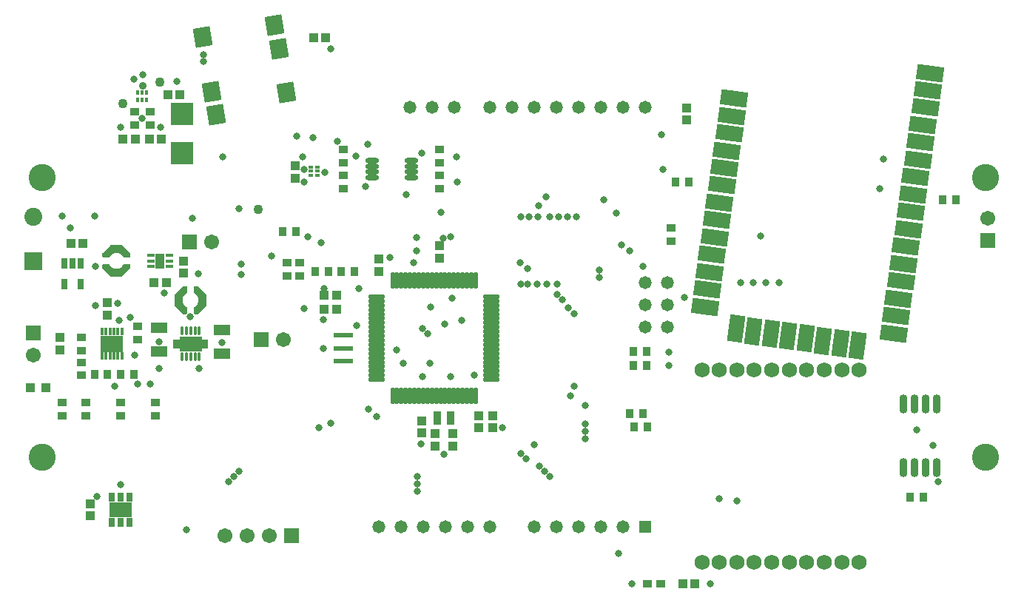
<source format=gts>
%FSLAX44Y44*%
%MOMM*%
G71*
G01*
G75*
G04 Layer_Color=8388736*
%ADD10C,0.7620*%
%ADD11R,0.3000X0.4900*%
%ADD12R,0.3000X0.5200*%
%ADD13R,0.4900X0.3000*%
%ADD14R,0.5200X0.3000*%
%ADD15R,0.7000X0.9000*%
%ADD16R,1.7000X1.1000*%
%ADD17R,0.2500X0.7000*%
%ADD18R,2.3800X1.6500*%
%ADD19O,1.7500X0.3000*%
%ADD20O,0.3000X1.7500*%
G04:AMPARAMS|DCode=21|XSize=1.524mm|YSize=2.8448mm|CornerRadius=0mm|HoleSize=0mm|Usage=FLASHONLY|Rotation=82.000|XOffset=0mm|YOffset=0mm|HoleType=Round|Shape=Rectangle|*
%AMROTATEDRECTD21*
4,1,4,1.3025,-0.9525,-1.5146,-0.5566,-1.3025,0.9525,1.5146,0.5566,1.3025,-0.9525,0.0*
%
%ADD21ROTATEDRECTD21*%

G04:AMPARAMS|DCode=22|XSize=1.524mm|YSize=2.8448mm|CornerRadius=0mm|HoleSize=0mm|Usage=FLASHONLY|Rotation=352.000|XOffset=0mm|YOffset=0mm|HoleType=Round|Shape=Rectangle|*
%AMROTATEDRECTD22*
4,1,4,-0.9525,-1.3025,-0.5566,1.5146,0.9525,1.3025,0.5566,-1.5146,-0.9525,-1.3025,0.0*
%
%ADD22ROTATEDRECTD22*%

%ADD23R,2.0000X0.4000*%
%ADD24O,1.3500X0.4500*%
%ADD25O,0.7000X2.0000*%
%ADD26R,0.8500X0.7000*%
%ADD27R,0.9000X0.8000*%
%ADD28R,0.4500X0.8500*%
%ADD29R,2.4000X1.5000*%
%ADD30R,0.7000X0.3000*%
%ADD31R,1.0000X1.6000*%
%ADD32O,0.2800X0.8500*%
%ADD33R,2.4000X1.6500*%
%ADD34C,0.4000*%
%ADD35R,0.9000X0.7000*%
%ADD36R,0.5500X0.9500*%
%ADD37R,0.7000X1.4000*%
%ADD38R,1.0000X1.0000*%
%ADD39R,0.8000X0.9000*%
%ADD40R,2.3000X2.3000*%
G04:AMPARAMS|DCode=41|XSize=2mm|YSize=1.75mm|CornerRadius=0mm|HoleSize=0mm|Usage=FLASHONLY|Rotation=279.640|XOffset=0mm|YOffset=0mm|HoleType=Round|Shape=Rectangle|*
%AMROTATEDRECTD41*
4,1,4,-1.0301,0.8394,0.6952,1.1324,1.0301,-0.8394,-0.6952,-1.1324,-1.0301,0.8394,0.0*
%
%ADD41ROTATEDRECTD41*%

%ADD42C,0.1905*%
%ADD43C,0.4064*%
%ADD44C,0.2032*%
%ADD45C,0.6096*%
%ADD46C,0.3048*%
%ADD47C,0.2540*%
%ADD48C,1.0160*%
%ADD49C,0.5080*%
%ADD50C,1.2700*%
%ADD51C,0.3556*%
%ADD52R,0.7000X0.2800*%
%ADD53C,2.9000*%
%ADD54C,1.5000*%
%ADD55R,1.5000X1.5000*%
%ADD56R,1.5000X1.5000*%
%ADD57C,1.5240*%
%ADD58C,1.2700*%
%ADD59R,1.2700X1.2700*%
%ADD60R,1.8500X1.8500*%
%ADD61C,1.8500*%
%ADD62C,0.6350*%
%ADD63C,0.5000*%
%ADD64C,0.9000*%
%ADD65C,0.7000*%
%ADD66C,0.6350*%
G04:AMPARAMS|DCode=67|XSize=0.65mm|YSize=1.35mm|CornerRadius=0mm|HoleSize=0mm|Usage=FLASHONLY|Rotation=13.600|XOffset=0mm|YOffset=0mm|HoleType=Round|Shape=Rectangle|*
%AMROTATEDRECTD67*
4,1,4,-0.1572,-0.7325,-0.4746,0.5797,0.1572,0.7325,0.4746,-0.5797,-0.1572,-0.7325,0.0*
%
%ADD67ROTATEDRECTD67*%

G04:AMPARAMS|DCode=68|XSize=0.4mm|YSize=1.35mm|CornerRadius=0mm|HoleSize=0mm|Usage=FLASHONLY|Rotation=13.600|XOffset=0mm|YOffset=0mm|HoleType=Round|Shape=Rectangle|*
%AMROTATEDRECTD68*
4,1,4,-0.0357,-0.7031,-0.3531,0.6090,0.0357,0.7031,0.3531,-0.6090,-0.0357,-0.7031,0.0*
%
%ADD68ROTATEDRECTD68*%

G04:AMPARAMS|DCode=69|XSize=2.51mm|YSize=1mm|CornerRadius=0mm|HoleSize=0mm|Usage=FLASHONLY|Rotation=13.600|XOffset=0mm|YOffset=0mm|HoleType=Round|Shape=Rectangle|*
%AMROTATEDRECTD69*
4,1,4,-1.1022,-0.7811,-1.3374,0.1909,1.1022,0.7811,1.3374,-0.1909,-1.1022,-0.7811,0.0*
%
%ADD69ROTATEDRECTD69*%

G04:AMPARAMS|DCode=70|XSize=1.2mm|YSize=2.1mm|CornerRadius=0mm|HoleSize=0mm|Usage=FLASHONLY|Rotation=13.600|XOffset=0mm|YOffset=0mm|HoleType=Round|Shape=Rectangle|*
%AMROTATEDRECTD70*
4,1,4,-0.3363,-1.1617,-0.8301,0.8795,0.3363,1.1617,0.8301,-0.8795,-0.3363,-1.1617,0.0*
%
%ADD70ROTATEDRECTD70*%

G04:AMPARAMS|DCode=71|XSize=1.2mm|YSize=1.55mm|CornerRadius=0mm|HoleSize=0mm|Usage=FLASHONLY|Rotation=13.600|XOffset=0mm|YOffset=0mm|HoleType=Round|Shape=Rectangle|*
%AMROTATEDRECTD71*
4,1,4,-0.4009,-0.8943,-0.7654,0.6122,0.4009,0.8943,0.7654,-0.6122,-0.4009,-0.8943,0.0*
%
%ADD71ROTATEDRECTD71*%

G04:AMPARAMS|DCode=72|XSize=0.775mm|YSize=1.15mm|CornerRadius=0mm|HoleSize=0mm|Usage=FLASHONLY|Rotation=13.600|XOffset=0mm|YOffset=0mm|HoleType=Round|Shape=Rectangle|*
%AMROTATEDRECTD72*
4,1,4,-0.2414,-0.6500,-0.5118,0.4678,0.2414,0.6500,0.5118,-0.4678,-0.2414,-0.6500,0.0*
%
%ADD72ROTATEDRECTD72*%

G04:AMPARAMS|DCode=73|XSize=0.825mm|YSize=1.15mm|CornerRadius=0mm|HoleSize=0mm|Usage=FLASHONLY|Rotation=13.600|XOffset=0mm|YOffset=0mm|HoleType=Round|Shape=Rectangle|*
%AMROTATEDRECTD73*
4,1,4,-0.2657,-0.6559,-0.5361,0.4619,0.2657,0.6559,0.5361,-0.4619,-0.2657,-0.6559,0.0*
%
%ADD73ROTATEDRECTD73*%

%ADD74C,0.3000*%
%ADD75C,0.1000*%
%ADD76C,0.6000*%
%ADD77C,0.2500*%
%ADD78C,0.0000*%
%ADD79C,0.2000*%
%ADD80C,0.0127*%
%ADD81C,0.1500*%
%ADD82R,0.6502X0.1854*%
%ADD83R,0.5842X0.1651*%
%ADD84R,0.4572X1.7018*%
%ADD85R,0.8000X1.4000*%
%ADD86R,0.5000X0.2600*%
%ADD87R,1.0500X0.6800*%
%ADD88R,0.6500X0.2500*%
%ADD89R,0.0000X0.6000*%
%ADD90O,0.2300X0.8000*%
%ADD91R,0.4000X0.5900*%
%ADD92R,0.4000X0.6200*%
%ADD93R,0.5900X0.4000*%
%ADD94R,0.6200X0.4000*%
%ADD95R,0.9032X1.1032*%
%ADD96R,1.9032X1.3032*%
%ADD97R,0.4532X0.9032*%
%ADD98R,2.5832X1.8532*%
%ADD99O,1.9532X0.5032*%
%ADD100O,0.5032X1.9532*%
G04:AMPARAMS|DCode=101|XSize=1.7272mm|YSize=3.048mm|CornerRadius=0mm|HoleSize=0mm|Usage=FLASHONLY|Rotation=82.000|XOffset=0mm|YOffset=0mm|HoleType=Round|Shape=Rectangle|*
%AMROTATEDRECTD101*
4,1,4,1.3890,-1.0673,-1.6294,-0.6431,-1.3890,1.0673,1.6294,0.6431,1.3890,-1.0673,0.0*
%
%ADD101ROTATEDRECTD101*%

G04:AMPARAMS|DCode=102|XSize=1.7272mm|YSize=3.048mm|CornerRadius=0mm|HoleSize=0mm|Usage=FLASHONLY|Rotation=352.000|XOffset=0mm|YOffset=0mm|HoleType=Round|Shape=Rectangle|*
%AMROTATEDRECTD102*
4,1,4,-1.0673,-1.3890,-0.6431,1.6294,1.0673,1.3890,0.6431,-1.6294,-1.0673,-1.3890,0.0*
%
%ADD102ROTATEDRECTD102*%

%ADD103R,2.2032X0.6032*%
%ADD104O,1.5532X0.6532*%
%ADD105O,0.9032X2.2032*%
%ADD106R,1.0532X0.9032*%
%ADD107R,1.1032X1.0032*%
%ADD108R,0.6532X1.0532*%
%ADD109R,2.6032X1.7032*%
%ADD110R,0.8400X0.4400*%
%ADD111R,1.1400X1.7400*%
%ADD112O,0.4200X0.9900*%
%ADD113R,2.5400X1.7900*%
%ADD114C,0.6032*%
%ADD115R,1.1032X0.9032*%
%ADD116R,0.7532X1.1532*%
%ADD117R,0.9032X1.6032*%
%ADD118R,1.0032X1.1032*%
%ADD119R,2.5032X2.5032*%
G04:AMPARAMS|DCode=120|XSize=2.2032mm|YSize=1.9532mm|CornerRadius=0mm|HoleSize=0mm|Usage=FLASHONLY|Rotation=279.640|XOffset=0mm|YOffset=0mm|HoleType=Round|Shape=Rectangle|*
%AMROTATEDRECTD120*
4,1,4,-1.1473,0.9225,0.7783,1.2496,1.1473,-0.9225,-0.7783,-1.2496,-1.1473,0.9225,0.0*
%
%ADD120ROTATEDRECTD120*%

%ADD121R,0.9032X0.4832*%
%ADD122C,3.1032*%
%ADD123C,1.7032*%
%ADD124R,1.7032X1.7032*%
%ADD125R,1.7032X1.7032*%
%ADD126C,1.7272*%
%ADD127C,1.4732*%
%ADD128R,1.4732X1.4732*%
%ADD129R,2.0532X2.0532*%
%ADD130C,2.0532*%
%ADD131C,0.8382*%
%ADD132C,0.7032*%
%ADD133C,1.1032*%
%ADD134C,0.9032*%
G36*
X-364991Y35598D02*
X-361843Y35597D01*
X-361838Y35598D01*
X-361822Y35597D01*
X-361822D01*
X-361805Y35598D01*
X-361754Y35595D01*
X-361705Y35594D01*
X-361688Y35591D01*
X-361671Y35590D01*
X-361622Y35581D01*
X-361573Y35573D01*
X-361557Y35568D01*
X-361540Y35565D01*
X-361533Y35562D01*
X-361532Y35562D01*
X-361511Y35555D01*
X-361493Y35549D01*
X-361445Y35534D01*
X-361429Y35528D01*
X-361413Y35522D01*
X-361410Y35521D01*
X-361408Y35520D01*
X-361406Y35519D01*
X-361361Y35497D01*
X-361323Y35480D01*
X-361320Y35478D01*
X-361308Y35471D01*
X-361290Y35463D01*
X-361288Y35461D01*
X-361286Y35460D01*
X-361240Y35429D01*
X-361206Y35408D01*
X-361195Y35400D01*
X-361179Y35389D01*
X-361177Y35387D01*
X-361175Y35386D01*
X-361133Y35349D01*
X-361102Y35324D01*
X-361093Y35314D01*
X-361078Y35301D01*
X-361076Y35299D01*
X-361074Y35297D01*
X-361071Y35294D01*
X-352286Y26507D01*
X-352271Y26494D01*
X-352255Y26476D01*
X-352237Y26458D01*
X-352219Y26435D01*
X-352210Y26426D01*
X-352202Y26415D01*
X-352183Y26393D01*
X-352170Y26373D01*
X-352154Y26353D01*
X-352142Y26332D01*
X-352132Y26318D01*
X-352123Y26302D01*
X-352109Y26282D01*
X-352099Y26260D01*
X-352086Y26238D01*
X-352085Y26235D01*
X-352077Y26218D01*
X-352068Y26201D01*
X-352060Y26181D01*
X-352051Y26163D01*
X-352050Y26159D01*
X-352050Y26159D01*
X-352049Y26156D01*
X-352043Y26137D01*
X-352032Y26112D01*
X-352027Y26094D01*
X-352020Y26076D01*
X-352015Y26056D01*
X-352008Y26037D01*
X-352007Y26032D01*
X-352007Y26032D01*
X-352007Y26029D01*
X-352003Y26010D01*
X-351996Y25984D01*
X-351993Y25965D01*
X-351988Y25946D01*
X-351986Y25925D01*
X-351982Y25905D01*
X-351980Y25878D01*
X-351977Y25851D01*
X-351976Y25832D01*
X-351974Y25813D01*
X-351975Y25792D01*
X-351973Y25772D01*
X-351974Y25762D01*
X-351975Y13415D01*
X-351974Y13410D01*
X-351975Y13394D01*
Y13394D01*
X-351974Y13377D01*
X-351977Y13326D01*
X-351978Y13277D01*
X-351981Y13260D01*
X-351982Y13243D01*
X-351991Y13194D01*
X-351999Y13145D01*
X-352004Y13128D01*
X-352007Y13112D01*
X-352010Y13105D01*
X-352010Y13104D01*
X-352016Y13085D01*
X-352023Y13064D01*
X-352038Y13017D01*
X-352044Y13001D01*
X-352050Y12985D01*
X-352051Y12982D01*
X-352052Y12980D01*
X-352053Y12978D01*
X-352075Y12933D01*
X-352092Y12895D01*
X-352094Y12892D01*
X-352101Y12880D01*
X-352109Y12862D01*
X-352111Y12860D01*
X-352112Y12858D01*
X-352143Y12812D01*
X-352164Y12778D01*
X-352172Y12767D01*
X-352183Y12751D01*
X-352185Y12749D01*
X-352186Y12747D01*
X-352223Y12705D01*
X-352248Y12674D01*
X-352258Y12665D01*
X-352271Y12650D01*
X-352273Y12648D01*
X-352274Y12646D01*
X-352278Y12643D01*
X-361046Y3876D01*
X-361050Y3871D01*
X-361065Y3858D01*
X-361078Y3843D01*
X-361114Y3812D01*
X-361148Y3780D01*
X-361164Y3768D01*
X-361179Y3755D01*
X-361218Y3729D01*
X-361256Y3701D01*
X-361274Y3692D01*
X-361290Y3681D01*
X-361333Y3661D01*
X-361374Y3638D01*
X-361393Y3632D01*
X-361409Y3623D01*
X-361410Y3623D01*
X-361410Y3623D01*
X-361413Y3622D01*
X-361461Y3606D01*
X-361499Y3591D01*
X-361502Y3590D01*
X-361516Y3587D01*
X-361535Y3580D01*
X-361538Y3580D01*
X-361540Y3579D01*
X-361594Y3569D01*
X-361633Y3560D01*
X-361647Y3558D01*
X-361667Y3554D01*
X-361669Y3554D01*
X-361671Y3554D01*
X-361726Y3550D01*
X-361766Y3546D01*
X-361780Y3547D01*
X-361800Y3546D01*
X-361802Y3546D01*
X-361805Y3546D01*
X-361809Y3546D01*
X-364925Y3550D01*
X-364951Y3549D01*
X-364998Y3546D01*
X-364999Y3546D01*
X-365000Y3546D01*
X-365000D01*
X-365018Y3547D01*
X-365036Y3546D01*
X-365084Y3551D01*
X-365132Y3554D01*
X-365133Y3554D01*
X-365134Y3554D01*
X-365151Y3558D01*
X-365169Y3560D01*
X-365215Y3571D01*
X-365263Y3580D01*
X-365264Y3580D01*
X-365265Y3580D01*
X-365282Y3586D01*
X-365299Y3591D01*
X-365344Y3607D01*
X-365390Y3623D01*
X-365391Y3623D01*
X-365391Y3623D01*
X-365391Y3623D01*
X-365393Y3624D01*
X-365394Y3625D01*
X-365396Y3625D01*
X-365410Y3633D01*
X-365424Y3638D01*
X-365461Y3658D01*
X-365513Y3683D01*
X-365514Y3684D01*
X-365516Y3685D01*
X-365532Y3696D01*
X-365542Y3701D01*
X-365568Y3720D01*
X-365624Y3757D01*
X-365625Y3758D01*
X-365627Y3759D01*
X-365645Y3776D01*
X-365651Y3779D01*
X-365664Y3792D01*
X-365676Y3803D01*
X-365725Y3845D01*
X-365726Y3846D01*
X-365727Y3847D01*
X-365746Y3869D01*
X-365748Y3871D01*
X-365752Y3875D01*
X-365759Y3885D01*
X-365774Y3902D01*
X-365813Y3945D01*
X-365814Y3947D01*
X-365815Y3948D01*
X-365831Y3972D01*
X-365836Y3979D01*
X-365849Y3999D01*
X-365854Y4007D01*
X-365887Y4056D01*
X-365888Y4058D01*
X-365889Y4059D01*
X-365900Y4082D01*
X-365907Y4092D01*
X-365921Y4124D01*
X-365947Y4176D01*
X-365947Y4178D01*
X-365948Y4179D01*
X-365949Y4182D01*
D01*
D01*
X-365949Y4182D01*
X-365956Y4201D01*
X-365961Y4214D01*
X-365973Y4254D01*
X-365992Y4308D01*
X-365992Y4309D01*
X-365992Y4309D01*
X-365996Y4329D01*
X-366000Y4342D01*
X-366006Y4382D01*
X-366008Y4390D01*
X-366018Y4440D01*
Y4440D01*
X-366018Y4440D01*
X-366019Y4461D01*
X-366021Y4474D01*
X-366023Y4515D01*
X-366023Y4521D01*
X-366026Y4573D01*
X-366026Y4573D01*
X-366026Y4574D01*
X-366026Y4578D01*
X-366024Y10852D01*
X-366025Y10867D01*
X-366025Y10892D01*
X-366026Y10918D01*
X-366023Y10959D01*
X-366022Y11001D01*
X-366019Y11026D01*
X-366017Y11051D01*
X-366008Y11092D01*
X-366002Y11133D01*
X-365996Y11155D01*
X-365993Y11167D01*
X-365992Y11171D01*
X-365990Y11182D01*
X-365983Y11204D01*
X-365983Y11204D01*
X-365982Y11204D01*
X-365976Y11221D01*
X-365965Y11261D01*
X-365957Y11278D01*
X-365952Y11294D01*
X-365949Y11301D01*
X-365946Y11308D01*
X-365945Y11311D01*
X-365937Y11327D01*
X-365936Y11329D01*
X-365928Y11344D01*
X-365926Y11350D01*
X-365911Y11384D01*
X-365903Y11396D01*
X-365894Y11415D01*
X-365889Y11422D01*
X-365885Y11431D01*
X-365876Y11444D01*
X-365874Y11448D01*
X-365861Y11467D01*
X-365857Y11473D01*
X-365841Y11498D01*
X-365835Y11506D01*
X-365821Y11527D01*
X-365816Y11534D01*
X-365810Y11542D01*
X-365800Y11553D01*
X-365797Y11557D01*
X-365777Y11579D01*
X-365772Y11585D01*
X-365771Y11586D01*
X-365758Y11602D01*
X-365753Y11607D01*
X-365734Y11629D01*
X-365729Y11634D01*
X-365728Y11634D01*
X-365727Y11635D01*
X-365722Y11642D01*
X-365711Y11651D01*
X-365707Y11655D01*
X-365678Y11680D01*
X-365667Y11689D01*
X-365661Y11695D01*
X-365659Y11696D01*
X-365635Y11718D01*
X-365630Y11722D01*
X-365628Y11723D01*
X-365626Y11724D01*
X-365620Y11729D01*
X-365610Y11736D01*
X-365604Y11741D01*
X-365569Y11763D01*
X-365525Y11794D01*
X-365520Y11796D01*
X-365518Y11798D01*
X-365515Y11799D01*
X-365512Y11801D01*
X-365512Y11801D01*
X-365509Y11803D01*
X-365499Y11808D01*
X-365491Y11812D01*
X-365450Y11832D01*
X-365406Y11854D01*
X-365404Y11855D01*
X-365401Y11856D01*
X-365398Y11857D01*
X-365395Y11858D01*
X-365392Y11860D01*
X-365390Y11860D01*
X-365389Y11861D01*
X-365379Y11864D01*
X-365370Y11869D01*
X-365325Y11883D01*
X-365278Y11899D01*
X-365274Y11900D01*
X-365271Y11901D01*
X-365269Y11901D01*
X-365266Y11903D01*
X-365262Y11903D01*
X-365262Y11904D01*
X-365258Y11904D01*
X-365253Y11905D01*
X-365248Y11907D01*
X-363600Y13172D01*
X-362161Y15046D01*
X-361257Y17229D01*
X-360949Y19572D01*
X-361257Y21915D01*
X-362161Y24098D01*
X-363600Y25972D01*
X-365249Y27238D01*
X-365262Y27240D01*
X-365268Y27243D01*
X-365278Y27245D01*
X-365302Y27253D01*
X-365325Y27259D01*
X-365327Y27260D01*
X-365331Y27261D01*
X-365334Y27262D01*
X-365336Y27263D01*
X-365362Y27274D01*
X-365389Y27283D01*
X-365396Y27286D01*
X-365404Y27289D01*
X-365406Y27290D01*
X-365427Y27301D01*
X-365448Y27309D01*
X-365452Y27311D01*
X-365455Y27312D01*
X-365457Y27314D01*
X-365459Y27315D01*
X-365482Y27328D01*
X-365509Y27341D01*
X-365517Y27346D01*
X-365525Y27350D01*
X-365546Y27365D01*
X-365565Y27376D01*
X-365568Y27378D01*
X-365570Y27379D01*
X-365572Y27380D01*
X-365574Y27382D01*
X-365594Y27397D01*
X-365620Y27415D01*
X-365627Y27421D01*
X-365635Y27426D01*
X-365656Y27445D01*
X-365671Y27456D01*
X-365674Y27459D01*
X-365676Y27461D01*
X-365677Y27462D01*
X-365680Y27464D01*
X-365696Y27480D01*
X-365722Y27502D01*
X-365728Y27509D01*
X-365734Y27515D01*
X-365754Y27538D01*
X-365766Y27550D01*
X-365769Y27554D01*
X-365771Y27555D01*
X-365771Y27556D01*
X-365774Y27559D01*
X-365787Y27576D01*
X-365810Y27602D01*
X-365816Y27610D01*
X-365821Y27617D01*
X-365838Y27643D01*
X-365848Y27656D01*
X-365851Y27659D01*
X-365853Y27663D01*
X-365853Y27663D01*
X-365855Y27666D01*
X-365864Y27682D01*
X-365885Y27713D01*
X-365889Y27722D01*
X-365894Y27729D01*
X-365907Y27755D01*
X-365918Y27775D01*
X-365920Y27780D01*
X-365921Y27781D01*
X-365930Y27803D01*
X-365945Y27833D01*
X-365946Y27836D01*
X-365948Y27841D01*
X-365948Y27842D01*
X-365949Y27844D01*
X-365952Y27850D01*
X-365960Y27873D01*
X-365970Y27898D01*
X-365972Y27903D01*
X-365972Y27905D01*
X-365978Y27925D01*
X-365979Y27930D01*
X-365990Y27962D01*
X-365991Y27968D01*
X-365991Y27968D01*
X-365993Y27974D01*
X-365993Y27977D01*
X-365997Y27996D01*
X-366006Y28027D01*
X-366006Y28033D01*
X-366007Y28034D01*
X-366009Y28054D01*
X-366010Y28060D01*
X-366017Y28093D01*
X-366017Y28099D01*
X-366017Y28099D01*
X-366018Y28115D01*
X-366019Y28126D01*
X-366024Y28159D01*
X-366024Y28165D01*
X-366024Y28166D01*
X-366024Y28189D01*
X-366024Y28193D01*
X-366026Y28226D01*
X-366026Y28232D01*
X-366026Y28233D01*
X-366022Y34481D01*
X-366023Y34524D01*
X-366026Y34567D01*
X-366025Y34591D01*
X-366026Y34615D01*
X-366021Y34657D01*
X-366018Y34701D01*
X-366014Y34724D01*
X-366011Y34748D01*
X-366001Y34789D01*
X-365993Y34832D01*
X-365990Y34841D01*
X-365989Y34844D01*
X-365984Y34857D01*
X-365980Y34878D01*
X-365964Y34917D01*
X-365950Y34959D01*
X-365949Y34962D01*
X-365947Y34966D01*
X-365946Y34971D01*
X-365937Y34987D01*
X-365931Y35002D01*
X-365913Y35036D01*
X-365891Y35082D01*
X-365888Y35086D01*
X-365886Y35090D01*
X-365873Y35109D01*
X-365867Y35120D01*
X-365850Y35144D01*
X-365817Y35193D01*
X-365814Y35197D01*
X-365811Y35201D01*
X-365793Y35221D01*
X-365788Y35227D01*
X-365775Y35242D01*
X-365770Y35247D01*
X-365729Y35294D01*
X-365726Y35297D01*
X-365722Y35301D01*
X-365699Y35322D01*
X-365696Y35324D01*
X-365692Y35328D01*
X-365681Y35337D01*
X-365674Y35343D01*
X-365629Y35383D01*
X-365625Y35385D01*
X-365621Y35389D01*
X-365595Y35406D01*
X-365588Y35412D01*
X-365568Y35424D01*
X-365518Y35458D01*
X-365514Y35460D01*
X-365510Y35463D01*
X-365485Y35474D01*
X-365474Y35482D01*
X-365444Y35494D01*
X-365399Y35517D01*
X-365394Y35519D01*
X-365391Y35521D01*
X-365390Y35521D01*
X-365390Y35521D01*
X-365387Y35522D01*
X-365366Y35529D01*
X-365351Y35536D01*
X-365315Y35546D01*
X-365298Y35552D01*
X-365272Y35561D01*
X-365271Y35561D01*
X-365264Y35564D01*
X-365262Y35564D01*
X-365260Y35565D01*
X-365238Y35569D01*
X-365223Y35573D01*
X-365186Y35579D01*
X-365133Y35590D01*
X-365131Y35590D01*
X-365129Y35590D01*
X-365106Y35591D01*
X-365091Y35594D01*
X-365053Y35595D01*
X-364999Y35598D01*
X-364997Y35598D01*
X-364995Y35598D01*
X-364991Y35598D01*
D02*
G37*
G36*
X-374983Y35597D02*
X-374961Y35598D01*
X-374916Y35593D01*
X-374871Y35590D01*
X-374850Y35586D01*
X-374828Y35584D01*
X-374785Y35573D01*
X-374740Y35565D01*
X-374731Y35561D01*
X-374728Y35561D01*
X-374716Y35557D01*
X-374698Y35552D01*
X-374656Y35537D01*
X-374613Y35522D01*
X-374610Y35521D01*
X-374606Y35519D01*
X-374602Y35517D01*
X-374587Y35510D01*
X-374573Y35505D01*
X-374538Y35486D01*
X-374490Y35463D01*
X-374486Y35460D01*
X-374482Y35458D01*
X-374465Y35446D01*
X-374455Y35441D01*
X-374430Y35423D01*
X-374379Y35389D01*
X-374375Y35385D01*
X-374371Y35383D01*
X-374352Y35366D01*
X-374347Y35363D01*
X-374333Y35350D01*
X-374325Y35342D01*
X-374278Y35301D01*
X-374275Y35298D01*
X-374271Y35294D01*
X-374252Y35272D01*
X-374250Y35271D01*
X-374246Y35266D01*
X-374238Y35257D01*
X-374229Y35246D01*
X-374189Y35201D01*
X-374187Y35197D01*
X-374183Y35193D01*
X-374167Y35169D01*
X-374162Y35163D01*
X-374150Y35142D01*
X-374149Y35141D01*
X-374114Y35090D01*
X-374112Y35086D01*
X-374109Y35082D01*
X-374099Y35059D01*
X-374092Y35049D01*
X-374078Y35018D01*
X-374055Y34971D01*
X-374053Y34966D01*
X-374051Y34962D01*
X-374051Y34962D01*
X-374051Y34962D01*
X-374050Y34959D01*
X-374043Y34939D01*
X-374038Y34927D01*
X-374026Y34888D01*
X-374021Y34872D01*
X-374011Y34844D01*
X-374011Y34843D01*
X-374008Y34835D01*
X-374008Y34834D01*
X-374007Y34832D01*
X-374003Y34812D01*
X-373999Y34798D01*
X-373993Y34759D01*
X-373982Y34704D01*
X-373982Y34702D01*
X-373982Y34701D01*
X-373981Y34680D01*
X-373978Y34666D01*
X-373977Y34627D01*
X-373974Y34571D01*
X-373974Y34569D01*
X-373974Y34567D01*
X-373974Y34563D01*
X-373976Y28291D01*
X-373975Y28276D01*
X-373975Y28257D01*
X-373974Y28237D01*
X-373974Y28235D01*
X-373974Y28232D01*
Y28232D01*
X-373977Y28187D01*
X-373978Y28143D01*
X-373981Y28123D01*
X-373982Y28104D01*
X-373982Y28101D01*
X-373983Y28099D01*
X-373985Y28084D01*
X-373985Y28084D01*
X-373987Y28074D01*
X-373991Y28054D01*
X-373998Y28010D01*
X-374003Y27992D01*
X-374007Y27972D01*
X-374008Y27970D01*
X-374009Y27968D01*
X-374012Y27957D01*
X-374013Y27953D01*
X-374024Y27922D01*
X-374035Y27882D01*
X-374043Y27864D01*
X-374050Y27845D01*
X-374051Y27843D01*
X-374051Y27842D01*
X-374052Y27841D01*
X-374055Y27834D01*
X-374058Y27827D01*
X-374076Y27790D01*
X-374090Y27760D01*
X-374098Y27745D01*
X-374109Y27722D01*
X-374114Y27715D01*
X-374118Y27707D01*
X-374145Y27668D01*
X-374159Y27645D01*
X-374167Y27636D01*
X-374183Y27611D01*
X-374189Y27604D01*
X-374194Y27597D01*
X-374231Y27556D01*
X-374243Y27541D01*
X-374249Y27535D01*
X-374271Y27510D01*
X-374277Y27504D01*
X-374283Y27498D01*
X-374328Y27460D01*
X-374331Y27457D01*
X-374339Y27449D01*
X-374343Y27446D01*
X-374371Y27421D01*
X-374376Y27418D01*
X-374377Y27418D01*
X-374378Y27416D01*
X-374378D01*
X-374385Y27411D01*
X-374433Y27379D01*
X-374446Y27371D01*
X-374447Y27370D01*
X-374448Y27370D01*
X-374482Y27346D01*
X-374485Y27345D01*
X-374486Y27344D01*
X-374487Y27344D01*
X-374488Y27343D01*
X-374491Y27342D01*
X-374497Y27338D01*
X-374550Y27313D01*
X-374602Y27287D01*
X-374602Y27287D01*
X-374603Y27286D01*
X-374604Y27286D01*
X-374606Y27285D01*
X-374607Y27285D01*
X-374608Y27284D01*
X-374613Y27283D01*
X-374618Y27280D01*
X-374619Y27280D01*
X-374676Y27261D01*
X-374683Y27259D01*
X-374729Y27243D01*
X-374731Y27242D01*
X-374733Y27242D01*
X-374733Y27242D01*
X-374734Y27241D01*
X-374740Y27240D01*
X-374746Y27238D01*
X-374752Y27237D01*
X-376400Y25972D01*
X-377839Y24098D01*
X-378743Y21915D01*
X-379052Y19572D01*
X-378743Y17229D01*
X-377839Y15046D01*
X-376400Y13172D01*
X-374752Y11907D01*
X-374746Y11906D01*
X-374735Y11902D01*
X-374728Y11901D01*
X-374700Y11891D01*
X-374670Y11883D01*
X-374665Y11881D01*
X-374659Y11879D01*
X-374649Y11875D01*
X-374639Y11872D01*
X-374630Y11868D01*
X-374619Y11864D01*
X-374618Y11864D01*
X-374609Y11860D01*
X-374602Y11857D01*
X-374573Y11843D01*
X-374547Y11832D01*
X-374542Y11829D01*
X-374536Y11827D01*
X-374527Y11821D01*
X-374517Y11817D01*
X-374509Y11812D01*
X-374497Y11806D01*
X-374490Y11801D01*
X-374482Y11797D01*
X-374454Y11779D01*
X-374431Y11765D01*
X-374426Y11761D01*
X-374421Y11759D01*
X-374413Y11752D01*
X-374403Y11746D01*
X-374397Y11741D01*
X-374385Y11733D01*
X-374378Y11727D01*
X-374371Y11723D01*
X-374345Y11699D01*
X-374325Y11684D01*
X-374320Y11679D01*
X-374316Y11676D01*
X-374309Y11669D01*
X-374300Y11662D01*
X-374295Y11656D01*
X-374283Y11646D01*
X-374277Y11640D01*
X-374271Y11634D01*
X-374246Y11606D01*
X-374230Y11589D01*
X-374226Y11584D01*
X-374222Y11581D01*
X-374217Y11573D01*
X-374208Y11564D01*
X-374205Y11559D01*
X-374194Y11547D01*
X-374189Y11540D01*
X-374183Y11533D01*
X-374162Y11501D01*
X-374149Y11484D01*
X-374146Y11480D01*
X-374143Y11475D01*
X-374142Y11474D01*
X-374140Y11470D01*
X-374137Y11464D01*
X-374131Y11456D01*
X-374128Y11451D01*
X-374118Y11437D01*
X-374114Y11429D01*
X-374109Y11422D01*
X-374093Y11388D01*
X-374080Y11365D01*
X-374076Y11357D01*
X-374075Y11353D01*
X-374070Y11343D01*
X-374067Y11338D01*
X-374066Y11334D01*
X-374058Y11317D01*
X-374055Y11310D01*
X-374052Y11303D01*
X-374051Y11302D01*
X-374051Y11301D01*
X-374050Y11298D01*
X-374040Y11269D01*
X-374028Y11241D01*
X-374026Y11233D01*
X-374025Y11229D01*
X-374021Y11213D01*
X-374020Y11213D01*
X-374020Y11209D01*
X-374013Y11191D01*
X-374012Y11187D01*
X-374009Y11176D01*
X-374008Y11174D01*
X-374007Y11172D01*
X-374002Y11141D01*
X-373993Y11112D01*
X-373992Y11103D01*
X-373992Y11100D01*
X-373989Y11076D01*
X-373987Y11070D01*
X-373985Y11060D01*
X-373985Y11059D01*
X-373983Y11045D01*
X-373982Y11043D01*
X-373982Y11040D01*
X-373980Y11010D01*
X-373976Y10979D01*
Y10971D01*
X-373976Y10967D01*
X-373976Y10943D01*
X-373974Y10912D01*
Y10912D01*
X-373974Y10909D01*
X-373974Y10907D01*
X-373974Y10903D01*
X-373978Y4655D01*
X-373977Y4622D01*
X-373974Y4577D01*
X-373975Y4555D01*
X-373974Y4533D01*
X-373979Y4488D01*
X-373982Y4443D01*
X-373986Y4422D01*
X-373988Y4400D01*
X-373999Y4356D01*
X-374007Y4312D01*
X-374010Y4303D01*
X-374011Y4300D01*
X-374015Y4288D01*
X-374020Y4270D01*
X-374035Y4228D01*
X-374050Y4185D01*
X-374051Y4182D01*
X-374053Y4178D01*
X-374055Y4173D01*
X-374062Y4159D01*
X-374067Y4145D01*
X-374086Y4110D01*
X-374109Y4062D01*
X-374112Y4058D01*
X-374114Y4054D01*
X-374126Y4037D01*
X-374131Y4027D01*
X-374149Y4002D01*
X-374183Y3951D01*
X-374187Y3947D01*
X-374189Y3943D01*
X-374206Y3924D01*
X-374210Y3919D01*
X-374222Y3905D01*
X-374230Y3897D01*
X-374271Y3850D01*
X-374274Y3847D01*
X-374278Y3843D01*
X-374300Y3824D01*
X-374301Y3822D01*
X-374306Y3818D01*
X-374315Y3810D01*
X-374326Y3801D01*
X-374371Y3761D01*
X-374375Y3758D01*
X-374379Y3755D01*
X-374403Y3739D01*
X-374409Y3734D01*
X-374430Y3721D01*
X-374431Y3720D01*
X-374482Y3686D01*
X-374486Y3684D01*
X-374490Y3681D01*
X-374513Y3670D01*
X-374523Y3664D01*
X-374554Y3650D01*
X-374602Y3627D01*
X-374606Y3625D01*
X-374609Y3623D01*
X-374610Y3623D01*
X-374610Y3623D01*
X-374613Y3622D01*
X-374632Y3615D01*
X-374646Y3609D01*
X-374683Y3598D01*
X-374703Y3591D01*
X-374728Y3583D01*
X-374729Y3583D01*
X-374736Y3580D01*
X-374738Y3580D01*
X-374740Y3579D01*
X-374760Y3575D01*
X-374774Y3571D01*
X-374812Y3565D01*
X-374867Y3554D01*
X-374869Y3554D01*
X-374871Y3554D01*
X-374892Y3553D01*
X-374906Y3550D01*
X-374945Y3549D01*
X-375001Y3546D01*
X-375003Y3546D01*
X-375005Y3546D01*
X-375009Y3546D01*
X-378157Y3547D01*
X-378162Y3546D01*
X-378178Y3547D01*
X-378178D01*
X-378195Y3546D01*
X-378246Y3549D01*
X-378295Y3550D01*
X-378312Y3553D01*
X-378329Y3554D01*
X-378378Y3563D01*
X-378427Y3571D01*
X-378443Y3576D01*
X-378460Y3579D01*
X-378467Y3582D01*
X-378468Y3582D01*
X-378489Y3589D01*
X-378508Y3595D01*
X-378555Y3609D01*
X-378571Y3616D01*
X-378587Y3622D01*
X-378590Y3623D01*
X-378592Y3624D01*
X-378594Y3625D01*
X-378639Y3647D01*
X-378677Y3664D01*
X-378680Y3665D01*
X-378692Y3673D01*
X-378710Y3681D01*
X-378712Y3683D01*
X-378714Y3684D01*
X-378760Y3715D01*
X-378794Y3735D01*
X-378805Y3744D01*
X-378821Y3755D01*
X-378823Y3757D01*
X-378825Y3758D01*
X-378867Y3795D01*
X-378898Y3820D01*
X-378907Y3830D01*
X-378922Y3843D01*
X-378924Y3845D01*
X-378926Y3846D01*
X-378929Y3850D01*
X-387714Y12636D01*
X-387729Y12650D01*
X-387743Y12666D01*
X-387758Y12680D01*
X-387779Y12706D01*
X-387789Y12716D01*
X-387797Y12728D01*
X-387817Y12751D01*
X-387828Y12768D01*
X-387842Y12785D01*
X-387856Y12809D01*
X-387868Y12824D01*
X-387877Y12841D01*
X-387891Y12862D01*
X-387900Y12881D01*
X-387911Y12899D01*
X-387912Y12902D01*
X-387921Y12923D01*
X-387932Y12942D01*
X-387939Y12961D01*
X-387949Y12981D01*
X-387957Y13003D01*
X-387966Y13025D01*
X-387972Y13046D01*
X-387980Y13067D01*
X-387985Y13087D01*
X-387992Y13107D01*
X-387993Y13112D01*
X-387993Y13112D01*
X-387993Y13115D01*
X-387996Y13130D01*
X-388003Y13153D01*
X-388006Y13175D01*
X-388012Y13196D01*
X-388014Y13218D01*
X-388018Y13239D01*
X-388019Y13262D01*
X-388023Y13285D01*
X-388023Y13308D01*
X-388026Y13329D01*
X-388025Y13350D01*
X-388027Y13372D01*
X-388026Y13382D01*
X-388025Y25729D01*
X-388026Y25734D01*
X-388025Y25750D01*
Y25750D01*
X-388026Y25767D01*
X-388023Y25817D01*
X-388022Y25867D01*
X-388019Y25884D01*
X-388018Y25901D01*
X-388009Y25950D01*
X-388001Y25999D01*
X-387996Y26015D01*
X-387993Y26032D01*
X-387990Y26039D01*
X-387990Y26040D01*
X-387984Y26059D01*
X-387977Y26079D01*
X-387962Y26127D01*
X-387956Y26143D01*
X-387950Y26159D01*
X-387949Y26162D01*
X-387948Y26164D01*
X-387947Y26166D01*
X-387925Y26211D01*
X-387908Y26249D01*
X-387906Y26252D01*
X-387899Y26264D01*
X-387891Y26282D01*
X-387889Y26284D01*
X-387888Y26286D01*
X-387857Y26332D01*
X-387836Y26366D01*
X-387828Y26377D01*
X-387817Y26393D01*
X-387815Y26395D01*
X-387814Y26397D01*
X-387777Y26439D01*
X-387752Y26470D01*
X-387742Y26479D01*
X-387729Y26494D01*
X-387727Y26496D01*
X-387726Y26498D01*
X-387722Y26501D01*
X-378954Y35268D01*
X-378950Y35273D01*
X-378935Y35286D01*
X-378922Y35301D01*
X-378886Y35332D01*
X-378852Y35364D01*
X-378836Y35376D01*
X-378821Y35389D01*
X-378782Y35415D01*
X-378744Y35442D01*
X-378726Y35452D01*
X-378710Y35463D01*
X-378668Y35483D01*
X-378626Y35505D01*
X-378607Y35512D01*
X-378591Y35521D01*
X-378590Y35521D01*
X-378590Y35521D01*
X-378587Y35522D01*
X-378540Y35538D01*
X-378501Y35553D01*
X-378498Y35554D01*
X-378484Y35557D01*
X-378465Y35563D01*
X-378462Y35564D01*
X-378460Y35565D01*
X-378406Y35575D01*
X-378368Y35584D01*
X-378353Y35586D01*
X-378333Y35589D01*
X-378331Y35590D01*
X-378329Y35590D01*
X-378274Y35593D01*
X-378234Y35597D01*
X-378220Y35597D01*
X-378200Y35598D01*
X-378198Y35598D01*
X-378195Y35598D01*
X-378191Y35598D01*
X-375081Y35594D01*
X-375050Y35595D01*
X-375005Y35598D01*
X-374983Y35597D01*
D02*
G37*
G36*
X-461190Y82598D02*
X-448843Y82597D01*
X-448838Y82598D01*
X-448822Y82597D01*
X-448822D01*
X-448805Y82598D01*
X-448755Y82595D01*
X-448705Y82594D01*
X-448688Y82591D01*
X-448671Y82590D01*
X-448622Y82581D01*
X-448573Y82573D01*
X-448557Y82568D01*
X-448540Y82565D01*
X-448533Y82562D01*
X-448532Y82562D01*
X-448513Y82556D01*
X-448493Y82549D01*
X-448445Y82535D01*
X-448429Y82528D01*
X-448413Y82522D01*
X-448410Y82521D01*
X-448408Y82520D01*
X-448406Y82519D01*
X-448361Y82497D01*
X-448323Y82480D01*
X-448320Y82478D01*
X-448308Y82471D01*
X-448290Y82463D01*
X-448288Y82461D01*
X-448286Y82460D01*
X-448240Y82429D01*
X-448206Y82408D01*
X-448195Y82400D01*
X-448179Y82389D01*
X-448177Y82387D01*
X-448175Y82386D01*
X-448133Y82349D01*
X-448102Y82324D01*
X-448093Y82314D01*
X-448078Y82301D01*
X-448076Y82299D01*
X-448074Y82298D01*
X-448071Y82294D01*
X-439304Y73526D01*
X-439299Y73522D01*
X-439286Y73507D01*
X-439271Y73494D01*
X-439240Y73458D01*
X-439208Y73424D01*
X-439196Y73408D01*
X-439183Y73393D01*
X-439157Y73354D01*
X-439130Y73316D01*
X-439120Y73298D01*
X-439109Y73282D01*
X-439089Y73239D01*
X-439067Y73198D01*
X-439060Y73179D01*
X-439052Y73163D01*
X-439051Y73162D01*
X-439051Y73162D01*
X-439050Y73159D01*
X-439034Y73111D01*
X-439019Y73073D01*
X-439018Y73070D01*
X-439015Y73056D01*
X-439009Y73036D01*
X-439008Y73034D01*
X-439007Y73032D01*
X-438997Y72978D01*
X-438988Y72939D01*
X-438986Y72925D01*
X-438983Y72905D01*
X-438982Y72903D01*
X-438982Y72901D01*
X-438979Y72846D01*
X-438975Y72806D01*
X-438975Y72792D01*
X-438974Y72772D01*
X-438974Y72770D01*
X-438974Y72767D01*
X-438974Y72763D01*
X-438978Y69647D01*
X-438977Y69621D01*
X-438974Y69574D01*
X-438974Y69573D01*
X-438974Y69572D01*
Y69572D01*
X-438975Y69554D01*
X-438974Y69536D01*
X-438979Y69488D01*
X-438982Y69440D01*
X-438983Y69439D01*
X-438983Y69439D01*
X-438986Y69421D01*
X-438988Y69403D01*
X-438999Y69357D01*
X-439008Y69309D01*
X-439008Y69308D01*
X-439009Y69307D01*
X-439015Y69290D01*
X-439019Y69273D01*
X-439035Y69228D01*
X-439051Y69182D01*
X-439052Y69181D01*
X-439052Y69181D01*
X-439052Y69181D01*
X-439052Y69179D01*
X-439053Y69178D01*
X-439053Y69176D01*
X-439061Y69162D01*
X-439066Y69148D01*
X-439086Y69111D01*
X-439111Y69059D01*
X-439112Y69058D01*
X-439113Y69057D01*
X-439124Y69040D01*
X-439129Y69030D01*
X-439148Y69005D01*
X-439185Y68948D01*
X-439186Y68947D01*
X-439187Y68945D01*
X-439204Y68927D01*
X-439207Y68921D01*
X-439221Y68907D01*
X-439231Y68896D01*
X-439273Y68847D01*
X-439274Y68846D01*
X-439276Y68845D01*
X-439297Y68826D01*
X-439299Y68824D01*
X-439303Y68820D01*
X-439313Y68813D01*
X-439330Y68798D01*
X-439374Y68759D01*
X-439375Y68758D01*
X-439376Y68757D01*
X-439400Y68741D01*
X-439407Y68736D01*
X-439427Y68723D01*
X-439435Y68718D01*
X-439485Y68685D01*
X-439486Y68684D01*
X-439487Y68683D01*
X-439510Y68672D01*
X-439521Y68665D01*
X-439552Y68651D01*
X-439604Y68625D01*
X-439606Y68625D01*
X-439608Y68624D01*
X-439610Y68623D01*
D01*
D01*
X-439610Y68623D01*
X-439629Y68616D01*
X-439642Y68611D01*
X-439682Y68599D01*
X-439737Y68580D01*
X-439737Y68580D01*
X-439737Y68580D01*
X-439757Y68576D01*
X-439771Y68572D01*
X-439810Y68566D01*
X-439819Y68564D01*
X-439868Y68554D01*
X-439868D01*
X-439868Y68554D01*
X-439889Y68553D01*
X-439902Y68551D01*
X-439943Y68549D01*
X-439949Y68549D01*
X-440001Y68546D01*
X-440001Y68546D01*
X-440002Y68546D01*
X-440006Y68546D01*
X-446280Y68548D01*
X-446295Y68547D01*
X-446320Y68547D01*
X-446346Y68546D01*
X-446388Y68549D01*
X-446429Y68549D01*
X-446454Y68553D01*
X-446479Y68555D01*
X-446520Y68563D01*
X-446561Y68570D01*
X-446583Y68576D01*
X-446595Y68579D01*
X-446599Y68580D01*
X-446610Y68582D01*
X-446632Y68590D01*
X-446632Y68590D01*
X-446632Y68590D01*
X-446650Y68596D01*
X-446689Y68607D01*
X-446706Y68615D01*
X-446722Y68620D01*
X-446729Y68623D01*
X-446736Y68626D01*
X-446739Y68627D01*
X-446755Y68635D01*
X-446757Y68636D01*
X-446773Y68644D01*
X-446778Y68646D01*
X-446812Y68661D01*
X-446824Y68669D01*
X-446843Y68678D01*
X-446851Y68683D01*
X-446859Y68687D01*
X-446872Y68696D01*
X-446876Y68698D01*
X-446895Y68711D01*
X-446901Y68716D01*
X-446926Y68731D01*
X-446934Y68737D01*
X-446955Y68751D01*
X-446962Y68757D01*
X-446970Y68762D01*
X-446981Y68772D01*
X-446985Y68775D01*
X-447007Y68795D01*
X-447013Y68800D01*
X-447014Y68801D01*
X-447030Y68814D01*
X-447035Y68819D01*
X-447057Y68837D01*
X-447062Y68843D01*
X-447062Y68844D01*
X-447063Y68845D01*
X-447070Y68850D01*
X-447079Y68861D01*
X-447083Y68865D01*
X-447108Y68894D01*
X-447117Y68905D01*
X-447123Y68911D01*
X-447124Y68913D01*
X-447146Y68937D01*
X-447150Y68942D01*
X-447151Y68944D01*
X-447152Y68946D01*
X-447157Y68952D01*
X-447164Y68962D01*
X-447169Y68968D01*
X-447191Y69003D01*
X-447222Y69047D01*
X-447224Y69052D01*
X-447226Y69054D01*
X-447227Y69057D01*
X-447229Y69060D01*
X-447229Y69060D01*
X-447231Y69063D01*
X-447236Y69073D01*
X-447241Y69081D01*
X-447260Y69122D01*
X-447282Y69166D01*
X-447283Y69168D01*
X-447284Y69171D01*
X-447285Y69174D01*
X-447286Y69177D01*
X-447288Y69180D01*
X-447289Y69182D01*
X-447289Y69183D01*
X-447293Y69193D01*
X-447297Y69202D01*
X-447311Y69247D01*
X-447327Y69294D01*
X-447328Y69298D01*
X-447329Y69300D01*
X-447329Y69303D01*
X-447331Y69306D01*
X-447332Y69310D01*
X-447332Y69310D01*
X-447332Y69314D01*
X-447333Y69319D01*
X-447335Y69324D01*
X-448600Y70972D01*
X-450474Y72411D01*
X-452657Y73315D01*
X-455000Y73623D01*
X-457343Y73315D01*
X-459526Y72411D01*
X-461400Y70972D01*
X-462666Y69323D01*
X-462668Y69310D01*
X-462671Y69304D01*
X-462673Y69294D01*
X-462681Y69270D01*
X-462687Y69247D01*
X-462688Y69245D01*
X-462689Y69241D01*
X-462690Y69238D01*
X-462691Y69236D01*
X-462702Y69210D01*
X-462711Y69183D01*
X-462715Y69176D01*
X-462717Y69168D01*
X-462718Y69166D01*
X-462729Y69145D01*
X-462738Y69124D01*
X-462739Y69121D01*
X-462741Y69117D01*
X-462742Y69115D01*
X-462743Y69113D01*
X-462756Y69090D01*
X-462769Y69063D01*
X-462774Y69056D01*
X-462779Y69047D01*
X-462793Y69026D01*
X-462804Y69007D01*
X-462806Y69004D01*
X-462808Y69002D01*
X-462809Y69000D01*
X-462810Y68998D01*
X-462826Y68978D01*
X-462843Y68952D01*
X-462849Y68945D01*
X-462854Y68937D01*
X-462873Y68916D01*
X-462884Y68901D01*
X-462887Y68898D01*
X-462889Y68896D01*
X-462890Y68895D01*
X-462892Y68892D01*
X-462909Y68876D01*
X-462930Y68850D01*
X-462937Y68844D01*
X-462943Y68837D01*
X-462966Y68818D01*
X-462978Y68806D01*
X-462982Y68803D01*
X-462984Y68801D01*
X-462985Y68801D01*
X-462987Y68798D01*
X-463004Y68785D01*
X-463030Y68762D01*
X-463038Y68756D01*
X-463045Y68751D01*
X-463071Y68734D01*
X-463084Y68724D01*
X-463087Y68721D01*
X-463091Y68719D01*
X-463091Y68719D01*
X-463094Y68717D01*
X-463111Y68707D01*
X-463141Y68687D01*
X-463150Y68683D01*
X-463157Y68678D01*
X-463183Y68665D01*
X-463203Y68654D01*
X-463208Y68652D01*
X-463209Y68651D01*
X-463231Y68642D01*
X-463261Y68627D01*
X-463264Y68626D01*
X-463269Y68624D01*
X-463270Y68623D01*
X-463272Y68623D01*
X-463278Y68620D01*
X-463301Y68612D01*
X-463326Y68602D01*
X-463332Y68600D01*
X-463333Y68600D01*
X-463353Y68594D01*
X-463358Y68593D01*
X-463390Y68582D01*
X-463396Y68581D01*
X-463396Y68581D01*
X-463402Y68580D01*
X-463405Y68579D01*
X-463424Y68575D01*
X-463455Y68566D01*
X-463461Y68566D01*
X-463462Y68565D01*
X-463482Y68563D01*
X-463488Y68562D01*
X-463521Y68555D01*
X-463527Y68555D01*
X-463527Y68555D01*
X-463543Y68554D01*
X-463554Y68553D01*
X-463587Y68548D01*
X-463593Y68548D01*
X-463595Y68548D01*
X-463614Y68548D01*
X-463621Y68548D01*
X-463654Y68546D01*
X-463660Y68546D01*
X-463661Y68546D01*
X-469909Y68550D01*
X-469952Y68549D01*
X-469995Y68546D01*
X-470019Y68547D01*
X-470043Y68547D01*
X-470086Y68551D01*
X-470129Y68554D01*
X-470152Y68558D01*
X-470176Y68561D01*
X-470217Y68571D01*
X-470260Y68579D01*
X-470269Y68582D01*
X-470272Y68583D01*
X-470285Y68587D01*
X-470306Y68592D01*
X-470346Y68608D01*
X-470387Y68622D01*
X-470390Y68623D01*
X-470394Y68625D01*
X-470399Y68626D01*
X-470415Y68635D01*
X-470430Y68641D01*
X-470464Y68659D01*
X-470510Y68681D01*
X-470514Y68684D01*
X-470518Y68686D01*
X-470537Y68699D01*
X-470548Y68705D01*
X-470572Y68722D01*
X-470621Y68755D01*
X-470625Y68758D01*
X-470629Y68761D01*
X-470649Y68779D01*
X-470656Y68784D01*
X-470670Y68797D01*
X-470675Y68802D01*
X-470722Y68843D01*
X-470726Y68846D01*
X-470729Y68850D01*
X-470750Y68873D01*
X-470752Y68876D01*
X-470756Y68880D01*
X-470765Y68891D01*
X-470771Y68898D01*
X-470811Y68943D01*
X-470814Y68947D01*
X-470817Y68951D01*
X-470834Y68977D01*
X-470840Y68984D01*
X-470853Y69005D01*
X-470886Y69054D01*
X-470888Y69058D01*
X-470891Y69062D01*
X-470902Y69087D01*
X-470910Y69098D01*
X-470923Y69127D01*
X-470946Y69173D01*
X-470947Y69178D01*
X-470949Y69181D01*
X-470949Y69182D01*
X-470949Y69182D01*
X-470950Y69185D01*
X-470957Y69206D01*
X-470964Y69220D01*
X-470975Y69257D01*
X-470980Y69274D01*
X-470989Y69300D01*
X-470989Y69301D01*
X-470992Y69308D01*
X-470992Y69310D01*
X-470993Y69312D01*
X-470997Y69334D01*
X-471001Y69349D01*
X-471007Y69386D01*
X-471018Y69439D01*
X-471018Y69441D01*
X-471018Y69443D01*
X-471020Y69466D01*
X-471022Y69481D01*
X-471023Y69519D01*
X-471026Y69573D01*
X-471026Y69575D01*
X-471026Y69577D01*
X-471026Y69581D01*
X-471025Y72729D01*
X-471026Y72734D01*
X-471025Y72750D01*
Y72750D01*
X-471026Y72767D01*
X-471023Y72818D01*
X-471022Y72867D01*
X-471019Y72884D01*
X-471018Y72901D01*
X-471009Y72950D01*
X-471001Y72999D01*
X-470996Y73015D01*
X-470993Y73032D01*
X-470990Y73039D01*
X-470990Y73040D01*
X-470983Y73061D01*
X-470977Y73080D01*
X-470963Y73127D01*
X-470956Y73143D01*
X-470950Y73159D01*
X-470949Y73162D01*
X-470948Y73164D01*
X-470947Y73166D01*
X-470925Y73211D01*
X-470908Y73249D01*
X-470907Y73252D01*
X-470899Y73264D01*
X-470891Y73282D01*
X-470889Y73284D01*
X-470888Y73286D01*
X-470857Y73332D01*
X-470836Y73366D01*
X-470828Y73377D01*
X-470817Y73393D01*
X-470815Y73395D01*
X-470814Y73397D01*
X-470777Y73439D01*
X-470752Y73470D01*
X-470742Y73479D01*
X-470729Y73494D01*
X-470727Y73496D01*
X-470726Y73498D01*
X-470722Y73501D01*
X-461936Y82286D01*
X-461922Y82301D01*
X-461904Y82317D01*
X-461886Y82335D01*
X-461863Y82353D01*
X-461854Y82362D01*
X-461843Y82370D01*
X-461821Y82389D01*
X-461801Y82402D01*
X-461781Y82418D01*
X-461760Y82430D01*
X-461746Y82441D01*
X-461730Y82450D01*
X-461710Y82463D01*
X-461688Y82473D01*
X-461666Y82486D01*
X-461663Y82487D01*
X-461646Y82495D01*
X-461629Y82504D01*
X-461609Y82512D01*
X-461591Y82521D01*
X-461587Y82522D01*
X-461587Y82522D01*
X-461584Y82523D01*
X-461566Y82529D01*
X-461541Y82540D01*
X-461522Y82545D01*
X-461504Y82552D01*
X-461484Y82557D01*
X-461465Y82564D01*
X-461460Y82565D01*
X-461460Y82565D01*
X-461457Y82565D01*
X-461438Y82569D01*
X-461412Y82576D01*
X-461393Y82579D01*
X-461374Y82584D01*
X-461353Y82586D01*
X-461334Y82590D01*
X-461306Y82592D01*
X-461279Y82595D01*
X-461260Y82596D01*
X-461241Y82598D01*
X-461220Y82597D01*
X-461200Y82599D01*
X-461190Y82598D01*
D02*
G37*
G36*
X-439983Y60597D02*
X-439961Y60598D01*
X-439916Y60593D01*
X-439871Y60590D01*
X-439850Y60586D01*
X-439828Y60584D01*
X-439785Y60573D01*
X-439740Y60565D01*
X-439731Y60562D01*
X-439728Y60561D01*
X-439716Y60557D01*
X-439698Y60553D01*
X-439656Y60537D01*
X-439613Y60522D01*
X-439610Y60521D01*
X-439606Y60519D01*
X-439602Y60517D01*
X-439587Y60510D01*
X-439573Y60505D01*
X-439538Y60486D01*
X-439490Y60462D01*
X-439486Y60460D01*
X-439482Y60458D01*
X-439465Y60446D01*
X-439455Y60441D01*
X-439431Y60423D01*
X-439379Y60389D01*
X-439375Y60385D01*
X-439371Y60383D01*
X-439352Y60366D01*
X-439347Y60363D01*
X-439333Y60349D01*
X-439325Y60342D01*
X-439278Y60301D01*
X-439275Y60297D01*
X-439271Y60294D01*
X-439252Y60272D01*
X-439250Y60271D01*
X-439246Y60266D01*
X-439238Y60257D01*
X-439229Y60246D01*
X-439189Y60201D01*
X-439187Y60197D01*
X-439183Y60193D01*
X-439167Y60169D01*
X-439162Y60163D01*
X-439150Y60142D01*
X-439149Y60141D01*
X-439114Y60090D01*
X-439112Y60086D01*
X-439109Y60082D01*
X-439099Y60059D01*
X-439092Y60049D01*
X-439078Y60018D01*
X-439055Y59970D01*
X-439053Y59966D01*
X-439051Y59963D01*
X-439051Y59962D01*
X-439051Y59962D01*
X-439050Y59959D01*
X-439043Y59939D01*
X-439038Y59927D01*
X-439026Y59889D01*
X-439020Y59869D01*
X-439011Y59844D01*
X-439011Y59843D01*
X-439008Y59836D01*
X-439008Y59834D01*
X-439007Y59832D01*
X-439003Y59812D01*
X-438999Y59798D01*
X-438993Y59760D01*
X-438982Y59705D01*
X-438982Y59703D01*
X-438982Y59701D01*
X-438981Y59680D01*
X-438978Y59666D01*
X-438977Y59627D01*
X-438974Y59571D01*
X-438974Y59569D01*
X-438974Y59567D01*
X-438974Y59563D01*
X-438975Y56415D01*
X-438974Y56410D01*
X-438975Y56394D01*
Y56394D01*
X-438974Y56377D01*
X-438977Y56326D01*
X-438978Y56277D01*
X-438981Y56260D01*
X-438982Y56243D01*
X-438991Y56194D01*
X-438999Y56145D01*
X-439004Y56129D01*
X-439007Y56112D01*
X-439010Y56105D01*
X-439010Y56104D01*
X-439017Y56083D01*
X-439023Y56064D01*
X-439038Y56017D01*
X-439044Y56001D01*
X-439050Y55985D01*
X-439051Y55982D01*
X-439052Y55980D01*
X-439053Y55978D01*
X-439075Y55933D01*
X-439092Y55894D01*
X-439094Y55892D01*
X-439101Y55880D01*
X-439109Y55862D01*
X-439111Y55860D01*
X-439112Y55858D01*
X-439143Y55812D01*
X-439164Y55778D01*
X-439172Y55767D01*
X-439183Y55751D01*
X-439185Y55749D01*
X-439186Y55746D01*
X-439223Y55705D01*
X-439248Y55674D01*
X-439258Y55665D01*
X-439271Y55650D01*
X-439273Y55648D01*
X-439275Y55646D01*
X-439278Y55643D01*
X-448064Y46858D01*
X-448078Y46843D01*
X-448094Y46829D01*
X-448108Y46814D01*
X-448134Y46793D01*
X-448145Y46783D01*
X-448156Y46775D01*
X-448179Y46755D01*
X-448196Y46743D01*
X-448213Y46730D01*
X-448237Y46716D01*
X-448253Y46704D01*
X-448269Y46695D01*
X-448290Y46681D01*
X-448309Y46672D01*
X-448327Y46661D01*
X-448330Y46660D01*
X-448351Y46651D01*
X-448370Y46640D01*
X-448390Y46633D01*
X-448409Y46623D01*
X-448431Y46616D01*
X-448453Y46606D01*
X-448474Y46600D01*
X-448495Y46592D01*
X-448515Y46587D01*
X-448535Y46580D01*
X-448559Y46576D01*
X-448581Y46569D01*
X-448603Y46566D01*
X-448625Y46561D01*
X-448646Y46558D01*
X-448667Y46554D01*
X-448690Y46553D01*
X-448714Y46549D01*
X-448736Y46549D01*
X-448758Y46546D01*
X-448778Y46547D01*
X-448800Y46545D01*
X-448810Y46546D01*
X-461157Y46547D01*
X-461162Y46546D01*
X-461178Y46547D01*
X-461178D01*
X-461195Y46546D01*
X-461246Y46549D01*
X-461295Y46550D01*
X-461312Y46553D01*
X-461329Y46554D01*
X-461378Y46563D01*
X-461427Y46571D01*
X-461443Y46576D01*
X-461460Y46579D01*
X-461467Y46582D01*
X-461468Y46582D01*
X-461487Y46588D01*
X-461508Y46595D01*
X-461555Y46610D01*
X-461571Y46616D01*
X-461587Y46622D01*
X-461590Y46623D01*
X-461592Y46624D01*
X-461594Y46625D01*
X-461639Y46647D01*
X-461678Y46664D01*
X-461680Y46666D01*
X-461692Y46673D01*
X-461710Y46681D01*
X-461712Y46683D01*
X-461714Y46684D01*
X-461760Y46715D01*
X-461794Y46736D01*
X-461805Y46744D01*
X-461821Y46755D01*
X-461823Y46757D01*
X-461825Y46758D01*
X-461867Y46795D01*
X-461898Y46820D01*
X-461907Y46830D01*
X-461922Y46843D01*
X-461924Y46845D01*
X-461926Y46846D01*
X-461929Y46850D01*
X-470696Y55618D01*
X-470701Y55622D01*
X-470714Y55637D01*
X-470729Y55650D01*
X-470760Y55686D01*
X-470793Y55720D01*
X-470804Y55736D01*
X-470817Y55751D01*
X-470843Y55790D01*
X-470871Y55828D01*
X-470880Y55846D01*
X-470891Y55862D01*
X-470911Y55904D01*
X-470934Y55946D01*
X-470941Y55965D01*
X-470949Y55981D01*
X-470949Y55982D01*
X-470949Y55982D01*
X-470950Y55985D01*
X-470966Y56033D01*
X-470981Y56071D01*
X-470982Y56074D01*
X-470985Y56088D01*
X-470992Y56108D01*
X-470992Y56110D01*
X-470993Y56112D01*
X-471003Y56166D01*
X-471012Y56205D01*
X-471014Y56219D01*
X-471018Y56239D01*
X-471018Y56241D01*
X-471018Y56243D01*
X-471021Y56298D01*
X-471026Y56338D01*
X-471025Y56352D01*
X-471026Y56372D01*
X-471026Y56374D01*
X-471026Y56377D01*
X-471026Y56381D01*
X-471022Y59491D01*
X-471023Y59522D01*
X-471026Y59567D01*
X-471025Y59589D01*
X-471026Y59611D01*
X-471021Y59656D01*
X-471018Y59701D01*
X-471014Y59722D01*
X-471012Y59744D01*
X-471001Y59788D01*
X-470993Y59832D01*
X-470990Y59841D01*
X-470989Y59844D01*
X-470985Y59856D01*
X-470981Y59874D01*
X-470965Y59916D01*
X-470950Y59959D01*
X-470949Y59962D01*
X-470947Y59966D01*
X-470946Y59970D01*
X-470938Y59985D01*
X-470933Y59999D01*
X-470914Y60034D01*
X-470891Y60082D01*
X-470888Y60086D01*
X-470886Y60090D01*
X-470874Y60107D01*
X-470869Y60117D01*
X-470851Y60142D01*
X-470817Y60193D01*
X-470814Y60197D01*
X-470811Y60201D01*
X-470794Y60220D01*
X-470791Y60225D01*
X-470778Y60239D01*
X-470770Y60247D01*
X-470729Y60294D01*
X-470726Y60297D01*
X-470722Y60301D01*
X-470700Y60320D01*
X-470699Y60322D01*
X-470695Y60326D01*
X-470685Y60334D01*
X-470674Y60343D01*
X-470629Y60383D01*
X-470625Y60385D01*
X-470621Y60389D01*
X-470597Y60405D01*
X-470591Y60410D01*
X-470570Y60423D01*
X-470569Y60423D01*
X-470518Y60458D01*
X-470514Y60460D01*
X-470510Y60462D01*
X-470487Y60473D01*
X-470477Y60480D01*
X-470446Y60494D01*
X-470399Y60517D01*
X-470394Y60519D01*
X-470390Y60521D01*
X-470390Y60521D01*
X-470390Y60521D01*
X-470387Y60522D01*
X-470368Y60529D01*
X-470355Y60535D01*
X-470316Y60546D01*
X-470300Y60551D01*
X-470272Y60561D01*
X-470271Y60561D01*
X-470263Y60564D01*
X-470262Y60564D01*
X-470260Y60565D01*
X-470240Y60569D01*
X-470226Y60573D01*
X-470187Y60579D01*
X-470132Y60590D01*
X-470130Y60590D01*
X-470129Y60590D01*
X-470108Y60591D01*
X-470094Y60594D01*
X-470055Y60595D01*
X-469999Y60598D01*
X-469997Y60598D01*
X-469995Y60598D01*
X-469991Y60598D01*
X-463719Y60596D01*
X-463704Y60597D01*
X-463685Y60597D01*
X-463665Y60598D01*
X-463663Y60598D01*
X-463660Y60598D01*
X-463660D01*
X-463615Y60595D01*
X-463571Y60594D01*
X-463551Y60591D01*
X-463532Y60590D01*
X-463529Y60590D01*
X-463527Y60589D01*
X-463513Y60587D01*
X-463512Y60587D01*
X-463502Y60585D01*
X-463482Y60581D01*
X-463439Y60574D01*
X-463420Y60568D01*
X-463400Y60565D01*
X-463398Y60564D01*
X-463396Y60563D01*
X-463385Y60560D01*
X-463381Y60559D01*
X-463350Y60548D01*
X-463310Y60536D01*
X-463292Y60529D01*
X-463274Y60522D01*
X-463271Y60521D01*
X-463270Y60521D01*
X-463269Y60521D01*
X-463262Y60517D01*
X-463255Y60514D01*
X-463219Y60496D01*
X-463188Y60483D01*
X-463173Y60474D01*
X-463150Y60462D01*
X-463143Y60458D01*
X-463135Y60454D01*
X-463096Y60427D01*
X-463074Y60413D01*
X-463064Y60405D01*
X-463039Y60389D01*
X-463032Y60383D01*
X-463025Y60378D01*
X-462984Y60341D01*
X-462969Y60329D01*
X-462963Y60323D01*
X-462938Y60301D01*
X-462932Y60295D01*
X-462926Y60289D01*
X-462888Y60244D01*
X-462885Y60241D01*
X-462877Y60233D01*
X-462874Y60229D01*
X-462849Y60201D01*
X-462846Y60195D01*
X-462846Y60195D01*
X-462845Y60194D01*
X-462839Y60187D01*
X-462807Y60138D01*
X-462799Y60126D01*
X-462798Y60125D01*
X-462798Y60124D01*
X-462775Y60090D01*
X-462773Y60087D01*
X-462772Y60086D01*
X-462772Y60085D01*
X-462771Y60084D01*
X-462770Y60081D01*
X-462766Y60075D01*
X-462741Y60022D01*
X-462715Y59970D01*
X-462715Y59970D01*
X-462715Y59970D01*
X-462714Y59968D01*
X-462713Y59966D01*
X-462713Y59966D01*
X-462712Y59964D01*
X-462711Y59959D01*
X-462708Y59955D01*
X-462708Y59953D01*
X-462689Y59896D01*
X-462687Y59889D01*
X-462671Y59843D01*
X-462671Y59841D01*
X-462670Y59839D01*
X-462670Y59839D01*
X-462669Y59838D01*
X-462668Y59832D01*
X-462666Y59826D01*
X-462665Y59820D01*
X-461400Y58172D01*
X-459526Y56733D01*
X-457343Y55829D01*
X-455000Y55521D01*
X-452657Y55829D01*
X-450474Y56733D01*
X-448600Y58172D01*
X-447335Y59820D01*
X-447334Y59826D01*
X-447330Y59837D01*
X-447329Y59844D01*
X-447319Y59872D01*
X-447311Y59902D01*
X-447309Y59907D01*
X-447308Y59913D01*
X-447303Y59923D01*
X-447300Y59933D01*
X-447296Y59942D01*
X-447292Y59953D01*
X-447292Y59955D01*
X-447288Y59963D01*
X-447285Y59970D01*
X-447271Y59999D01*
X-447260Y60025D01*
X-447257Y60030D01*
X-447255Y60036D01*
X-447249Y60045D01*
X-447245Y60055D01*
X-447240Y60063D01*
X-447234Y60075D01*
X-447229Y60082D01*
X-447225Y60090D01*
X-447207Y60118D01*
X-447193Y60141D01*
X-447190Y60146D01*
X-447187Y60151D01*
X-447180Y60159D01*
X-447174Y60169D01*
X-447169Y60175D01*
X-447161Y60187D01*
X-447155Y60194D01*
X-447151Y60201D01*
X-447127Y60227D01*
X-447112Y60247D01*
X-447107Y60252D01*
X-447104Y60256D01*
X-447097Y60263D01*
X-447090Y60272D01*
X-447084Y60277D01*
X-447074Y60289D01*
X-447068Y60295D01*
X-447062Y60301D01*
X-447034Y60326D01*
X-447018Y60342D01*
X-447012Y60346D01*
X-447009Y60349D01*
X-447001Y60355D01*
X-446992Y60363D01*
X-446987Y60367D01*
X-446975Y60378D01*
X-446968Y60383D01*
X-446961Y60389D01*
X-446929Y60410D01*
X-446912Y60423D01*
X-446908Y60426D01*
X-446903Y60429D01*
X-446902Y60430D01*
X-446898Y60432D01*
X-446892Y60436D01*
X-446884Y60441D01*
X-446879Y60444D01*
X-446865Y60454D01*
X-446857Y60458D01*
X-446850Y60462D01*
X-446817Y60479D01*
X-446793Y60493D01*
X-446785Y60496D01*
X-446782Y60497D01*
X-446771Y60502D01*
X-446766Y60505D01*
X-446762Y60506D01*
X-446745Y60514D01*
X-446738Y60517D01*
X-446731Y60521D01*
X-446730Y60521D01*
X-446729Y60521D01*
X-446726Y60522D01*
X-446697Y60532D01*
X-446669Y60544D01*
X-446661Y60546D01*
X-446658Y60547D01*
X-446642Y60551D01*
X-446641Y60552D01*
X-446638Y60553D01*
X-446619Y60559D01*
X-446615Y60560D01*
X-446604Y60563D01*
X-446602Y60564D01*
X-446600Y60565D01*
X-446570Y60571D01*
X-446540Y60578D01*
X-446531Y60580D01*
X-446528Y60581D01*
X-446504Y60583D01*
X-446498Y60585D01*
X-446488Y60587D01*
X-446488Y60587D01*
X-446473Y60589D01*
X-446471Y60590D01*
X-446468Y60590D01*
X-446438Y60592D01*
X-446407Y60596D01*
X-446399D01*
X-446395Y60596D01*
X-446371Y60596D01*
X-446340Y60598D01*
X-446340D01*
X-446338Y60598D01*
X-446335Y60598D01*
X-446331Y60598D01*
X-440083Y60594D01*
X-440050Y60595D01*
X-440005Y60598D01*
X-439983Y60597D01*
D02*
G37*
D38*
X-536076Y-80772D02*
D03*
X-553076D02*
D03*
D91*
X-430676Y249162D02*
D03*
Y256862D02*
D03*
X-420676Y249162D02*
D03*
X-425676D02*
D03*
Y256862D02*
D03*
D92*
X-420676D02*
D03*
D93*
X-224750Y162132D02*
D03*
X-232450D02*
D03*
X-224750Y172132D02*
D03*
Y167132D02*
D03*
X-232450D02*
D03*
D94*
Y172132D02*
D03*
D95*
X-450000Y-65428D02*
D03*
X-435000D02*
D03*
X200000Y155000D02*
D03*
X185000D02*
D03*
X-480000Y-65428D02*
D03*
X-465000D02*
D03*
X490340Y134620D02*
D03*
X505340D02*
D03*
X468628Y-205740D02*
D03*
X453628D02*
D03*
X151772Y-39116D02*
D03*
X136772D02*
D03*
X151772Y-55372D02*
D03*
X136772D02*
D03*
X132708Y-110236D02*
D03*
X147708D02*
D03*
X137788Y-125476D02*
D03*
X152788D02*
D03*
X-197500Y52500D02*
D03*
X-182500D02*
D03*
X-212500D02*
D03*
X-227500D02*
D03*
X-264548Y98044D02*
D03*
X-249548D02*
D03*
D96*
X-334264Y-14440D02*
D03*
Y-41440D02*
D03*
X-406400Y-12408D02*
D03*
Y-39408D02*
D03*
D97*
X-448750Y-16428D02*
D03*
X-453250D02*
D03*
X-457750D02*
D03*
X-462250D02*
D03*
X-448750Y-44428D02*
D03*
X-453250D02*
D03*
X-457750D02*
D03*
X-462250D02*
D03*
X-466750Y-16428D02*
D03*
X-471250D02*
D03*
X-466750Y-44428D02*
D03*
X-471250D02*
D03*
D98*
X-460000Y-30428D02*
D03*
D99*
X-25690Y18624D02*
D03*
Y23624D02*
D03*
Y3624D02*
D03*
Y13624D02*
D03*
Y8624D02*
D03*
Y-21376D02*
D03*
Y-16376D02*
D03*
Y-26376D02*
D03*
Y-6376D02*
D03*
Y-1376D02*
D03*
Y-11376D02*
D03*
Y-31376D02*
D03*
Y-41376D02*
D03*
Y-36376D02*
D03*
Y-66376D02*
D03*
Y-61376D02*
D03*
Y-71376D02*
D03*
Y-51376D02*
D03*
Y-46376D02*
D03*
Y-56376D02*
D03*
X-157190Y23624D02*
D03*
Y-6376D02*
D03*
Y-1376D02*
D03*
Y-11376D02*
D03*
Y13624D02*
D03*
Y3624D02*
D03*
Y-36376D02*
D03*
Y-31376D02*
D03*
Y-41376D02*
D03*
Y-21376D02*
D03*
Y-16376D02*
D03*
Y-26376D02*
D03*
Y-56376D02*
D03*
Y-51376D02*
D03*
Y-46376D02*
D03*
Y-66376D02*
D03*
Y-61376D02*
D03*
Y-71376D02*
D03*
Y18624D02*
D03*
Y8624D02*
D03*
D100*
X-43940Y41874D02*
D03*
X-48940D02*
D03*
X-58940D02*
D03*
X-63940D02*
D03*
X-53940D02*
D03*
X-73940D02*
D03*
X-78940D02*
D03*
X-68940D02*
D03*
X-83940D02*
D03*
X-88940D02*
D03*
X-93940D02*
D03*
X-98940D02*
D03*
X-78940Y-89626D02*
D03*
X-83940D02*
D03*
X-73940D02*
D03*
X-93940D02*
D03*
X-98940D02*
D03*
X-88940D02*
D03*
X-48940D02*
D03*
X-53940D02*
D03*
X-43940D02*
D03*
X-63940D02*
D03*
X-68940D02*
D03*
X-58940D02*
D03*
X-113940Y41874D02*
D03*
X-118940D02*
D03*
X-103940D02*
D03*
X-108940D02*
D03*
X-138940D02*
D03*
X-123940D02*
D03*
X-128940D02*
D03*
X-133940D02*
D03*
X-108940Y-89626D02*
D03*
X-113940D02*
D03*
X-103940D02*
D03*
X-123940D02*
D03*
X-128940D02*
D03*
X-118940D02*
D03*
X-133940D02*
D03*
X-138940D02*
D03*
D101*
X476313Y279634D02*
D03*
X473520Y259764D02*
D03*
X470727Y239893D02*
D03*
X467935Y220022D02*
D03*
X465142Y200152D02*
D03*
X462349Y180281D02*
D03*
X459557Y160410D02*
D03*
X456764Y140539D02*
D03*
X453971Y120669D02*
D03*
X451179Y100798D02*
D03*
X448386Y80927D02*
D03*
X445593Y61056D02*
D03*
X442801Y41186D02*
D03*
X440008Y21315D02*
D03*
X437215Y1444D02*
D03*
X434423Y-18427D02*
D03*
X251872Y250388D02*
D03*
X249079Y230517D02*
D03*
X246287Y210646D02*
D03*
X243494Y190776D02*
D03*
X240701Y170905D02*
D03*
X237909Y151034D02*
D03*
X235116Y131164D02*
D03*
X232323Y111293D02*
D03*
X229531Y91422D02*
D03*
X226738Y71551D02*
D03*
X223946Y51681D02*
D03*
X221153Y31810D02*
D03*
X218360Y11939D02*
D03*
D102*
X353440Y-27052D02*
D03*
X373311Y-29844D02*
D03*
X333570Y-24259D02*
D03*
X393182Y-32637D02*
D03*
X254087Y-13089D02*
D03*
X293828Y-18674D02*
D03*
X313699Y-21467D02*
D03*
X273958Y-15881D02*
D03*
D103*
X-195000Y-20428D02*
D03*
Y-50428D02*
D03*
Y-35428D02*
D03*
D104*
X-117750Y172822D02*
D03*
Y179322D02*
D03*
Y166322D02*
D03*
Y159822D02*
D03*
X-162250Y179322D02*
D03*
Y166322D02*
D03*
Y172822D02*
D03*
Y159822D02*
D03*
D105*
X484050Y-99178D02*
D03*
X471350D02*
D03*
X458650D02*
D03*
X445950D02*
D03*
X484050Y-171678D02*
D03*
X458650D02*
D03*
X445950D02*
D03*
X471350D02*
D03*
D106*
X167750Y-305000D02*
D03*
X152250D02*
D03*
D107*
X-378206Y64404D02*
D03*
Y50404D02*
D03*
X-465000Y2572D02*
D03*
Y16572D02*
D03*
X-70000Y-133428D02*
D03*
Y-147428D02*
D03*
X197500Y225500D02*
D03*
Y239500D02*
D03*
X-90000Y-133428D02*
D03*
Y-147428D02*
D03*
X-485000Y-227428D02*
D03*
Y-213428D02*
D03*
X-520000Y-23428D02*
D03*
Y-37428D02*
D03*
X-249936Y173116D02*
D03*
Y159116D02*
D03*
X-40640Y-112380D02*
D03*
Y-126380D02*
D03*
X-24384Y-126380D02*
D03*
Y-112380D02*
D03*
X-105664Y-118476D02*
D03*
Y-132476D02*
D03*
X-85000Y67572D02*
D03*
Y81572D02*
D03*
X-155000Y66572D02*
D03*
Y52572D02*
D03*
D108*
X-440000Y-205928D02*
D03*
X-450000D02*
D03*
X-440000Y-234928D02*
D03*
X-450000D02*
D03*
X-460000Y-205928D02*
D03*
Y-234928D02*
D03*
D109*
X-450000Y-220428D02*
D03*
D110*
X-394500Y71072D02*
D03*
Y64572D02*
D03*
Y58072D02*
D03*
X-415500Y71072D02*
D03*
Y64572D02*
D03*
Y58072D02*
D03*
D111*
X-405000Y64572D02*
D03*
D112*
X-360000Y-15678D02*
D03*
X-365000D02*
D03*
X-370000D02*
D03*
X-375000Y-45178D02*
D03*
X-365000D02*
D03*
X-360000D02*
D03*
X-370000D02*
D03*
X-380000Y-15678D02*
D03*
X-375000D02*
D03*
X-380000Y-45178D02*
D03*
D113*
X-370000Y-30428D02*
D03*
D114*
X-455000Y78034D02*
D03*
Y51364D02*
D03*
X-383208Y19572D02*
D03*
X-356538D02*
D03*
D115*
X-245000Y47500D02*
D03*
Y62500D02*
D03*
X-495000Y-22928D02*
D03*
Y-37928D02*
D03*
X180000Y87072D02*
D03*
Y102072D02*
D03*
X-433804Y235112D02*
D03*
Y220112D02*
D03*
X-495300Y-51428D02*
D03*
Y-66428D02*
D03*
X-490000Y-112928D02*
D03*
Y-97928D02*
D03*
X-450000Y-112928D02*
D03*
Y-97928D02*
D03*
X-410000Y-112928D02*
D03*
Y-97928D02*
D03*
X-517144Y-97656D02*
D03*
Y-112656D02*
D03*
X-430784Y-10280D02*
D03*
Y-25280D02*
D03*
X-416532Y235112D02*
D03*
Y220112D02*
D03*
X-195000Y147072D02*
D03*
Y162072D02*
D03*
X-195000Y192072D02*
D03*
Y177072D02*
D03*
X-85000Y192072D02*
D03*
Y177072D02*
D03*
X-85000Y147072D02*
D03*
Y162072D02*
D03*
X-260000Y47500D02*
D03*
Y62500D02*
D03*
D116*
X-495500Y61572D02*
D03*
X-505000D02*
D03*
X-514500D02*
D03*
X-495500Y37572D02*
D03*
X-514500D02*
D03*
D117*
X-72500Y-115428D02*
D03*
X-87500D02*
D03*
D118*
X193000Y-305000D02*
D03*
X207000D02*
D03*
X-403404Y204012D02*
D03*
X-447404Y204012D02*
D03*
X-412000Y39572D02*
D03*
X-398000D02*
D03*
X-493000Y84572D02*
D03*
X-507000D02*
D03*
X-396276Y255108D02*
D03*
X-382276D02*
D03*
X-229500Y320000D02*
D03*
X-215500D02*
D03*
X-217000Y25000D02*
D03*
X-203000D02*
D03*
X-217000Y9572D02*
D03*
X-203000D02*
D03*
X-417404Y204012D02*
D03*
X-433404Y204012D02*
D03*
D119*
X-380000Y232500D02*
D03*
Y187500D02*
D03*
D120*
X-273934Y334480D02*
D03*
X-269329Y307368D02*
D03*
X-260873Y257581D02*
D03*
X-356255Y320497D02*
D03*
X-341268Y232261D02*
D03*
X-345622Y257894D02*
D03*
D121*
X-354500Y-27918D02*
D03*
X-354500Y-32918D02*
D03*
X-385500Y-27918D02*
D03*
X-385500Y-32918D02*
D03*
D122*
X-540000Y160000D02*
D03*
Y-160000D02*
D03*
X540000Y160000D02*
D03*
Y-160000D02*
D03*
D123*
X-264200Y-25428D02*
D03*
X542500Y112900D02*
D03*
X-280400Y-250000D02*
D03*
X-305800D02*
D03*
X-331200D02*
D03*
X-550000Y-43128D02*
D03*
X-345694Y86614D02*
D03*
D124*
X-289600Y-25428D02*
D03*
X-255000Y-250000D02*
D03*
X-371094Y86614D02*
D03*
D125*
X542500Y87500D02*
D03*
X-550000Y-17728D02*
D03*
D126*
X375000Y-60000D02*
D03*
X355000D02*
D03*
X395000D02*
D03*
X315000D02*
D03*
X295000D02*
D03*
X335000D02*
D03*
X375000Y-280000D02*
D03*
X355000D02*
D03*
X395000D02*
D03*
X315000D02*
D03*
X335000D02*
D03*
X275000Y-60000D02*
D03*
X255000D02*
D03*
X295000Y-280000D02*
D03*
X215000Y-60000D02*
D03*
X235000D02*
D03*
X275000Y-280000D02*
D03*
X255000D02*
D03*
X215000D02*
D03*
X235000D02*
D03*
D127*
X-118745Y240030D02*
D03*
X-93345D02*
D03*
X-67945D02*
D03*
X-78105Y-240030D02*
D03*
X-27305Y240030D02*
D03*
Y-240030D02*
D03*
X23495Y240030D02*
D03*
Y-240030D02*
D03*
X48895Y240030D02*
D03*
Y-240030D02*
D03*
X74295Y240030D02*
D03*
Y-240030D02*
D03*
X99695Y240030D02*
D03*
Y-240030D02*
D03*
X125095Y240030D02*
D03*
Y-240030D02*
D03*
X150495Y240030D02*
D03*
X-52705Y-240030D02*
D03*
X-1905Y240030D02*
D03*
X150495Y39370D02*
D03*
Y13970D02*
D03*
Y-11430D02*
D03*
X175895D02*
D03*
Y13970D02*
D03*
Y39370D02*
D03*
X-103505Y-240030D02*
D03*
X-128905D02*
D03*
X-154305D02*
D03*
D128*
X150495D02*
D03*
D129*
X-550000Y64172D02*
D03*
D130*
Y114972D02*
D03*
D131*
X-312166Y48768D02*
D03*
X-217170Y33274D02*
D03*
X40640Y115316D02*
D03*
X17526Y114808D02*
D03*
X-360172Y-58928D02*
D03*
X422483Y181183D02*
D03*
X418432Y147132D02*
D03*
X-157480Y-113284D02*
D03*
X-166624Y-105156D02*
D03*
X-127000Y-52324D02*
D03*
X-134112Y-37084D02*
D03*
X-406400Y-58420D02*
D03*
X273958Y39572D02*
D03*
X259426D02*
D03*
X288489D02*
D03*
X49784Y38100D02*
D03*
X37831Y37861D02*
D03*
X49685Y26007D02*
D03*
X55611Y20080D02*
D03*
X-223520Y-126492D02*
D03*
X-98880Y-18468D02*
D03*
X-209296Y-121412D02*
D03*
X-104807Y-12541D02*
D03*
X7493Y38100D02*
D03*
X7112Y62484D02*
D03*
X23368Y-145796D02*
D03*
X-59944Y-3556D02*
D03*
X-71120Y21844D02*
D03*
X-96520Y-52324D02*
D03*
X-104648Y-67564D02*
D03*
X-239776Y9652D02*
D03*
X7493Y115316D02*
D03*
X15875Y55372D02*
D03*
X15875Y38100D02*
D03*
X50800Y115316D02*
D03*
X61976Y10668D02*
D03*
X68739Y3905D02*
D03*
X36576Y137668D02*
D03*
X8128Y-155956D02*
D03*
X28448Y127508D02*
D03*
X14055Y-161883D02*
D03*
X147320Y58420D02*
D03*
X282448Y92964D02*
D03*
X97536Y45593D02*
D03*
Y53975D02*
D03*
X122936Y82804D02*
D03*
X-114808Y62484D02*
D03*
X-79248Y-7620D02*
D03*
X60960Y115316D02*
D03*
X71120D02*
D03*
X81280Y-101092D02*
D03*
X68739Y-79089D02*
D03*
X65024Y-89916D02*
D03*
X-110744Y-190420D02*
D03*
Y-198802D02*
D03*
Y-182038D02*
D03*
X34713Y-176445D02*
D03*
X81280Y-130810D02*
D03*
X-416560Y-76708D02*
D03*
X-434340Y-43688D02*
D03*
X40640Y-182372D02*
D03*
X81280Y-139192D02*
D03*
X-457200Y-78740D02*
D03*
X-452120Y-3556D02*
D03*
X28786Y-170518D02*
D03*
X81280Y-122428D02*
D03*
X-314960Y-176276D02*
D03*
X-326814Y-188130D02*
D03*
X-320887Y-182203D02*
D03*
X102616Y134620D02*
D03*
X116840Y119380D02*
D03*
X132080Y75692D02*
D03*
X27432Y115316D02*
D03*
X26416Y38100D02*
D03*
X461128Y-128524D02*
D03*
X479416Y-146812D02*
D03*
X-235712Y91948D02*
D03*
X-66040Y183388D02*
D03*
X-65024Y154940D02*
D03*
X-111760Y90932D02*
D03*
Y75692D02*
D03*
X-83312Y120396D02*
D03*
X-122936Y140716D02*
D03*
X-169672Y149860D02*
D03*
X168656Y208788D02*
D03*
X170688Y169164D02*
D03*
X-438912Y-508D02*
D03*
X-367792Y113284D02*
D03*
X-95504Y11684D02*
D03*
X-218064Y-35428D02*
D03*
X-72136Y-67564D02*
D03*
X-80264Y-156972D02*
D03*
X-106680Y-144780D02*
D03*
X-13208Y-126492D02*
D03*
X-45720Y-66548D02*
D03*
X-218440Y-2540D02*
D03*
X-430784Y-76708D02*
D03*
X-334264Y-28956D02*
D03*
X-406400Y-27940D02*
D03*
X-450088Y-191516D02*
D03*
X-477520Y-204724D02*
D03*
X485512Y-188468D02*
D03*
X-202184Y201676D02*
D03*
X-374904Y-243332D02*
D03*
X225000Y-305000D02*
D03*
X-105664Y187452D02*
D03*
X-508000Y102108D02*
D03*
X-450060Y217452D02*
D03*
X-386052Y270284D02*
D03*
X-81280Y90043D02*
D03*
X-72136Y91948D02*
D03*
X-142240Y68580D02*
D03*
X-179832Y-9652D02*
D03*
X-216408Y166116D02*
D03*
X-239776Y154940D02*
D03*
X-400050Y27686D02*
D03*
X-241808Y183642D02*
D03*
X-333502D02*
D03*
X-229870Y205740D02*
D03*
X-240538Y169418D02*
D03*
X-180848Y184658D02*
D03*
X-167386Y198120D02*
D03*
X-248412Y207518D02*
D03*
X-370332Y1016D02*
D03*
X-361188Y49784D02*
D03*
X-453390Y16256D02*
D03*
X-479298Y58674D02*
D03*
X-516636Y116078D02*
D03*
X-478536Y13216D02*
D03*
X235000Y-207688D02*
D03*
X255000Y-210000D02*
D03*
X135000Y-305000D02*
D03*
X120000Y-270000D02*
D03*
X303022Y39572D02*
D03*
X195000Y22500D02*
D03*
X177500Y-40000D02*
D03*
Y-55000D02*
D03*
X-314960Y124460D02*
D03*
X-425676Y227612D02*
D03*
X-404340Y217452D02*
D03*
X-425000Y277500D02*
D03*
X-277500Y70000D02*
D03*
X-220308Y85000D02*
D03*
X-435000Y272500D02*
D03*
X-479806Y116078D02*
D03*
X-355000Y292500D02*
D03*
Y300000D02*
D03*
X-177500Y32500D02*
D03*
X-210000Y307500D02*
D03*
X-311912Y60706D02*
D03*
D132*
X-455000Y-25428D02*
D03*
Y-35428D02*
D03*
X-465000D02*
D03*
Y-25428D02*
D03*
X-445000Y-215428D02*
D03*
Y-225428D02*
D03*
X-455000D02*
D03*
Y-215428D02*
D03*
X-405000Y68572D02*
D03*
Y60572D02*
D03*
X-362500Y-25428D02*
D03*
X-370000Y-30428D02*
D03*
X-362500Y-35428D02*
D03*
X-377500Y-25428D02*
D03*
Y-35428D02*
D03*
D133*
X-448028Y244884D02*
D03*
X-405356Y269268D02*
D03*
X-292862Y123190D02*
D03*
D134*
X-424999Y265000D02*
D03*
M02*

</source>
